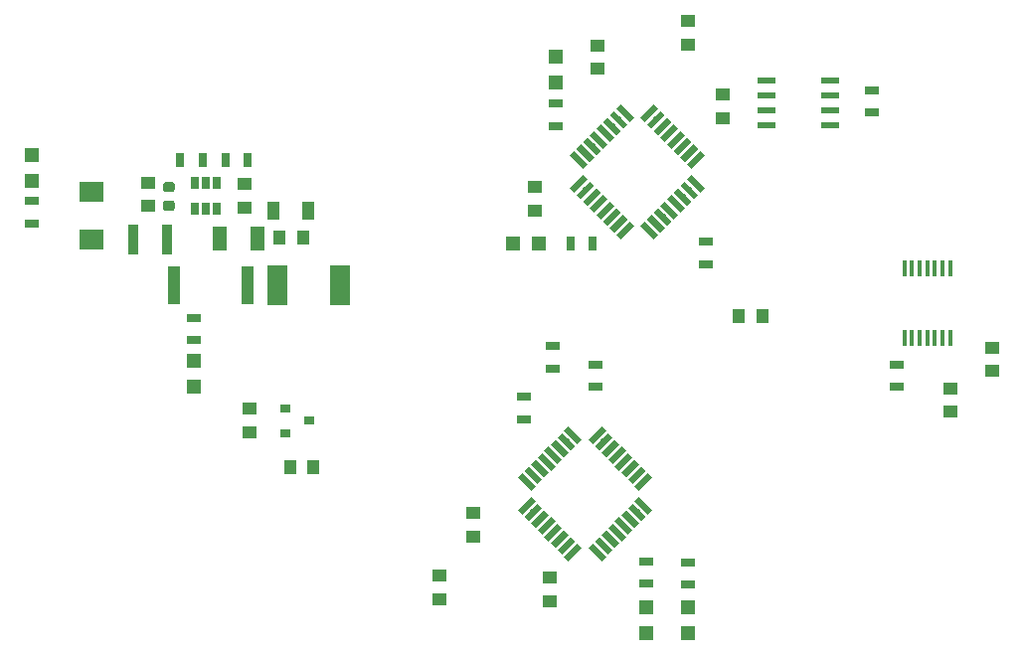
<source format=gbr>
G04 #@! TF.GenerationSoftware,KiCad,Pcbnew,5.1.4-e60b266~84~ubuntu16.04.1*
G04 #@! TF.CreationDate,2020-01-29T21:56:32-05:00*
G04 #@! TF.ProjectId,tire_temp,74697265-5f74-4656-9d70-2e6b69636164,rev?*
G04 #@! TF.SameCoordinates,Original*
G04 #@! TF.FileFunction,Paste,Top*
G04 #@! TF.FilePolarity,Positive*
%FSLAX46Y46*%
G04 Gerber Fmt 4.6, Leading zero omitted, Abs format (unit mm)*
G04 Created by KiCad (PCBNEW 5.1.4-e60b266~84~ubuntu16.04.1) date 2020-01-29 21:56:32*
%MOMM*%
%LPD*%
G04 APERTURE LIST*
%ADD10C,0.550000*%
%ADD11C,0.100000*%
%ADD12R,1.200000X2.000000*%
%ADD13R,1.780000X3.500000*%
%ADD14R,1.250000X1.000000*%
%ADD15R,0.900000X2.500000*%
%ADD16R,0.700000X1.300000*%
%ADD17R,1.300000X0.700000*%
%ADD18R,1.000000X3.200000*%
%ADD19R,0.650000X1.060000*%
%ADD20R,1.000000X1.600000*%
%ADD21R,1.000000X1.250000*%
%ADD22R,2.159000X1.778000*%
%ADD23R,1.200000X1.200000*%
%ADD24C,0.875000*%
%ADD25R,0.900000X0.800000*%
%ADD26R,0.450000X1.450000*%
%ADD27R,1.550000X0.600000*%
G04 APERTURE END LIST*
D10*
X148811897Y-121548305D03*
D11*
G36*
X148440666Y-122308445D02*
G01*
X148051757Y-121919536D01*
X149183128Y-120788165D01*
X149572037Y-121177074D01*
X148440666Y-122308445D01*
X148440666Y-122308445D01*
G37*
D10*
X149377583Y-122113990D03*
D11*
G36*
X149006352Y-122874130D02*
G01*
X148617443Y-122485221D01*
X149748814Y-121353850D01*
X150137723Y-121742759D01*
X149006352Y-122874130D01*
X149006352Y-122874130D01*
G37*
D10*
X149943268Y-122679676D03*
D11*
G36*
X149572037Y-123439816D02*
G01*
X149183128Y-123050907D01*
X150314499Y-121919536D01*
X150703408Y-122308445D01*
X149572037Y-123439816D01*
X149572037Y-123439816D01*
G37*
D10*
X150508953Y-123245361D03*
D11*
G36*
X150137722Y-124005501D02*
G01*
X149748813Y-123616592D01*
X150880184Y-122485221D01*
X151269093Y-122874130D01*
X150137722Y-124005501D01*
X150137722Y-124005501D01*
G37*
D10*
X151074639Y-123811047D03*
D11*
G36*
X150703408Y-124571187D02*
G01*
X150314499Y-124182278D01*
X151445870Y-123050907D01*
X151834779Y-123439816D01*
X150703408Y-124571187D01*
X150703408Y-124571187D01*
G37*
D10*
X151640324Y-124376732D03*
D11*
G36*
X151269093Y-125136872D02*
G01*
X150880184Y-124747963D01*
X152011555Y-123616592D01*
X152400464Y-124005501D01*
X151269093Y-125136872D01*
X151269093Y-125136872D01*
G37*
D10*
X152206010Y-124942417D03*
D11*
G36*
X151834779Y-125702557D02*
G01*
X151445870Y-125313648D01*
X152577241Y-124182277D01*
X152966150Y-124571186D01*
X151834779Y-125702557D01*
X151834779Y-125702557D01*
G37*
D10*
X152771695Y-125508103D03*
D11*
G36*
X152400464Y-126268243D02*
G01*
X152011555Y-125879334D01*
X153142926Y-124747963D01*
X153531835Y-125136872D01*
X152400464Y-126268243D01*
X152400464Y-126268243D01*
G37*
D10*
X154822305Y-125508103D03*
D11*
G36*
X155582445Y-125879334D02*
G01*
X155193536Y-126268243D01*
X154062165Y-125136872D01*
X154451074Y-124747963D01*
X155582445Y-125879334D01*
X155582445Y-125879334D01*
G37*
D10*
X155387990Y-124942417D03*
D11*
G36*
X156148130Y-125313648D02*
G01*
X155759221Y-125702557D01*
X154627850Y-124571186D01*
X155016759Y-124182277D01*
X156148130Y-125313648D01*
X156148130Y-125313648D01*
G37*
D10*
X155953676Y-124376732D03*
D11*
G36*
X156713816Y-124747963D02*
G01*
X156324907Y-125136872D01*
X155193536Y-124005501D01*
X155582445Y-123616592D01*
X156713816Y-124747963D01*
X156713816Y-124747963D01*
G37*
D10*
X156519361Y-123811047D03*
D11*
G36*
X157279501Y-124182278D02*
G01*
X156890592Y-124571187D01*
X155759221Y-123439816D01*
X156148130Y-123050907D01*
X157279501Y-124182278D01*
X157279501Y-124182278D01*
G37*
D10*
X157085047Y-123245361D03*
D11*
G36*
X157845187Y-123616592D02*
G01*
X157456278Y-124005501D01*
X156324907Y-122874130D01*
X156713816Y-122485221D01*
X157845187Y-123616592D01*
X157845187Y-123616592D01*
G37*
D10*
X157650732Y-122679676D03*
D11*
G36*
X158410872Y-123050907D02*
G01*
X158021963Y-123439816D01*
X156890592Y-122308445D01*
X157279501Y-121919536D01*
X158410872Y-123050907D01*
X158410872Y-123050907D01*
G37*
D10*
X158216417Y-122113990D03*
D11*
G36*
X158976557Y-122485221D02*
G01*
X158587648Y-122874130D01*
X157456277Y-121742759D01*
X157845186Y-121353850D01*
X158976557Y-122485221D01*
X158976557Y-122485221D01*
G37*
D10*
X158782103Y-121548305D03*
D11*
G36*
X159542243Y-121919536D02*
G01*
X159153334Y-122308445D01*
X158021963Y-121177074D01*
X158410872Y-120788165D01*
X159542243Y-121919536D01*
X159542243Y-121919536D01*
G37*
D10*
X158782103Y-119497695D03*
D11*
G36*
X158410872Y-120257835D02*
G01*
X158021963Y-119868926D01*
X159153334Y-118737555D01*
X159542243Y-119126464D01*
X158410872Y-120257835D01*
X158410872Y-120257835D01*
G37*
D10*
X158216417Y-118932010D03*
D11*
G36*
X157845186Y-119692150D02*
G01*
X157456277Y-119303241D01*
X158587648Y-118171870D01*
X158976557Y-118560779D01*
X157845186Y-119692150D01*
X157845186Y-119692150D01*
G37*
D10*
X157650732Y-118366324D03*
D11*
G36*
X157279501Y-119126464D02*
G01*
X156890592Y-118737555D01*
X158021963Y-117606184D01*
X158410872Y-117995093D01*
X157279501Y-119126464D01*
X157279501Y-119126464D01*
G37*
D10*
X157085047Y-117800639D03*
D11*
G36*
X156713816Y-118560779D02*
G01*
X156324907Y-118171870D01*
X157456278Y-117040499D01*
X157845187Y-117429408D01*
X156713816Y-118560779D01*
X156713816Y-118560779D01*
G37*
D10*
X156519361Y-117234953D03*
D11*
G36*
X156148130Y-117995093D02*
G01*
X155759221Y-117606184D01*
X156890592Y-116474813D01*
X157279501Y-116863722D01*
X156148130Y-117995093D01*
X156148130Y-117995093D01*
G37*
D10*
X155953676Y-116669268D03*
D11*
G36*
X155582445Y-117429408D02*
G01*
X155193536Y-117040499D01*
X156324907Y-115909128D01*
X156713816Y-116298037D01*
X155582445Y-117429408D01*
X155582445Y-117429408D01*
G37*
D10*
X155387990Y-116103583D03*
D11*
G36*
X155016759Y-116863723D02*
G01*
X154627850Y-116474814D01*
X155759221Y-115343443D01*
X156148130Y-115732352D01*
X155016759Y-116863723D01*
X155016759Y-116863723D01*
G37*
D10*
X154822305Y-115537897D03*
D11*
G36*
X154451074Y-116298037D02*
G01*
X154062165Y-115909128D01*
X155193536Y-114777757D01*
X155582445Y-115166666D01*
X154451074Y-116298037D01*
X154451074Y-116298037D01*
G37*
D10*
X152771695Y-115537897D03*
D11*
G36*
X153531835Y-115909128D02*
G01*
X153142926Y-116298037D01*
X152011555Y-115166666D01*
X152400464Y-114777757D01*
X153531835Y-115909128D01*
X153531835Y-115909128D01*
G37*
D10*
X152206010Y-116103583D03*
D11*
G36*
X152966150Y-116474814D02*
G01*
X152577241Y-116863723D01*
X151445870Y-115732352D01*
X151834779Y-115343443D01*
X152966150Y-116474814D01*
X152966150Y-116474814D01*
G37*
D10*
X151640324Y-116669268D03*
D11*
G36*
X152400464Y-117040499D02*
G01*
X152011555Y-117429408D01*
X150880184Y-116298037D01*
X151269093Y-115909128D01*
X152400464Y-117040499D01*
X152400464Y-117040499D01*
G37*
D10*
X151074639Y-117234953D03*
D11*
G36*
X151834779Y-117606184D02*
G01*
X151445870Y-117995093D01*
X150314499Y-116863722D01*
X150703408Y-116474813D01*
X151834779Y-117606184D01*
X151834779Y-117606184D01*
G37*
D10*
X150508953Y-117800639D03*
D11*
G36*
X151269093Y-118171870D02*
G01*
X150880184Y-118560779D01*
X149748813Y-117429408D01*
X150137722Y-117040499D01*
X151269093Y-118171870D01*
X151269093Y-118171870D01*
G37*
D10*
X149943268Y-118366324D03*
D11*
G36*
X150703408Y-118737555D02*
G01*
X150314499Y-119126464D01*
X149183128Y-117995093D01*
X149572037Y-117606184D01*
X150703408Y-118737555D01*
X150703408Y-118737555D01*
G37*
D10*
X149377583Y-118932010D03*
D11*
G36*
X150137723Y-119303241D02*
G01*
X149748814Y-119692150D01*
X148617443Y-118560779D01*
X149006352Y-118171870D01*
X150137723Y-119303241D01*
X150137723Y-119303241D01*
G37*
D10*
X148811897Y-119497695D03*
D11*
G36*
X149572037Y-119868926D02*
G01*
X149183128Y-120257835D01*
X148051757Y-119126464D01*
X148440666Y-118737555D01*
X149572037Y-119868926D01*
X149572037Y-119868926D01*
G37*
D12*
X125869700Y-98808540D03*
X122669700Y-98808540D03*
D13*
X127622300Y-102743000D03*
X132902300Y-102743000D03*
D14*
X124764800Y-96123000D03*
X124764800Y-94123000D03*
D15*
X115313800Y-98869500D03*
X118213800Y-98869500D03*
D16*
X125087420Y-92120720D03*
X123187420Y-92120720D03*
X119301220Y-92105480D03*
X121201220Y-92105480D03*
D17*
X120493000Y-105542000D03*
X120493000Y-107442000D03*
D18*
X125021200Y-102748080D03*
X118821200Y-102748080D03*
D19*
X122420600Y-94007800D03*
X121470600Y-94007800D03*
X120520600Y-94007800D03*
X120520600Y-96207800D03*
X122420600Y-96207800D03*
X121470600Y-96207800D03*
D20*
X127241300Y-96393000D03*
X130241300Y-96393000D03*
D21*
X127765300Y-98742500D03*
X129765300Y-98742500D03*
D22*
X111747300Y-94805500D03*
X111747300Y-98869500D03*
D23*
X120493000Y-109192000D03*
X120493000Y-111392000D03*
X106693000Y-93842000D03*
X106693000Y-91642000D03*
D17*
X106693000Y-97492000D03*
X106693000Y-95592000D03*
D14*
X116545360Y-94012000D03*
X116545360Y-96012000D03*
D11*
G36*
X118628991Y-95553553D02*
G01*
X118650226Y-95556703D01*
X118671050Y-95561919D01*
X118691262Y-95569151D01*
X118710668Y-95578330D01*
X118729081Y-95589366D01*
X118746324Y-95602154D01*
X118762230Y-95616570D01*
X118776646Y-95632476D01*
X118789434Y-95649719D01*
X118800470Y-95668132D01*
X118809649Y-95687538D01*
X118816881Y-95707750D01*
X118822097Y-95728574D01*
X118825247Y-95749809D01*
X118826300Y-95771250D01*
X118826300Y-96208750D01*
X118825247Y-96230191D01*
X118822097Y-96251426D01*
X118816881Y-96272250D01*
X118809649Y-96292462D01*
X118800470Y-96311868D01*
X118789434Y-96330281D01*
X118776646Y-96347524D01*
X118762230Y-96363430D01*
X118746324Y-96377846D01*
X118729081Y-96390634D01*
X118710668Y-96401670D01*
X118691262Y-96410849D01*
X118671050Y-96418081D01*
X118650226Y-96423297D01*
X118628991Y-96426447D01*
X118607550Y-96427500D01*
X118095050Y-96427500D01*
X118073609Y-96426447D01*
X118052374Y-96423297D01*
X118031550Y-96418081D01*
X118011338Y-96410849D01*
X117991932Y-96401670D01*
X117973519Y-96390634D01*
X117956276Y-96377846D01*
X117940370Y-96363430D01*
X117925954Y-96347524D01*
X117913166Y-96330281D01*
X117902130Y-96311868D01*
X117892951Y-96292462D01*
X117885719Y-96272250D01*
X117880503Y-96251426D01*
X117877353Y-96230191D01*
X117876300Y-96208750D01*
X117876300Y-95771250D01*
X117877353Y-95749809D01*
X117880503Y-95728574D01*
X117885719Y-95707750D01*
X117892951Y-95687538D01*
X117902130Y-95668132D01*
X117913166Y-95649719D01*
X117925954Y-95632476D01*
X117940370Y-95616570D01*
X117956276Y-95602154D01*
X117973519Y-95589366D01*
X117991932Y-95578330D01*
X118011338Y-95569151D01*
X118031550Y-95561919D01*
X118052374Y-95556703D01*
X118073609Y-95553553D01*
X118095050Y-95552500D01*
X118607550Y-95552500D01*
X118628991Y-95553553D01*
X118628991Y-95553553D01*
G37*
D24*
X118351300Y-95990000D03*
D11*
G36*
X118628991Y-93978553D02*
G01*
X118650226Y-93981703D01*
X118671050Y-93986919D01*
X118691262Y-93994151D01*
X118710668Y-94003330D01*
X118729081Y-94014366D01*
X118746324Y-94027154D01*
X118762230Y-94041570D01*
X118776646Y-94057476D01*
X118789434Y-94074719D01*
X118800470Y-94093132D01*
X118809649Y-94112538D01*
X118816881Y-94132750D01*
X118822097Y-94153574D01*
X118825247Y-94174809D01*
X118826300Y-94196250D01*
X118826300Y-94633750D01*
X118825247Y-94655191D01*
X118822097Y-94676426D01*
X118816881Y-94697250D01*
X118809649Y-94717462D01*
X118800470Y-94736868D01*
X118789434Y-94755281D01*
X118776646Y-94772524D01*
X118762230Y-94788430D01*
X118746324Y-94802846D01*
X118729081Y-94815634D01*
X118710668Y-94826670D01*
X118691262Y-94835849D01*
X118671050Y-94843081D01*
X118650226Y-94848297D01*
X118628991Y-94851447D01*
X118607550Y-94852500D01*
X118095050Y-94852500D01*
X118073609Y-94851447D01*
X118052374Y-94848297D01*
X118031550Y-94843081D01*
X118011338Y-94835849D01*
X117991932Y-94826670D01*
X117973519Y-94815634D01*
X117956276Y-94802846D01*
X117940370Y-94788430D01*
X117925954Y-94772524D01*
X117913166Y-94755281D01*
X117902130Y-94736868D01*
X117892951Y-94717462D01*
X117885719Y-94697250D01*
X117880503Y-94676426D01*
X117877353Y-94655191D01*
X117876300Y-94633750D01*
X117876300Y-94196250D01*
X117877353Y-94174809D01*
X117880503Y-94153574D01*
X117885719Y-94132750D01*
X117892951Y-94112538D01*
X117902130Y-94093132D01*
X117913166Y-94074719D01*
X117925954Y-94057476D01*
X117940370Y-94041570D01*
X117956276Y-94027154D01*
X117973519Y-94014366D01*
X117991932Y-94003330D01*
X118011338Y-93994151D01*
X118031550Y-93986919D01*
X118052374Y-93981703D01*
X118073609Y-93978553D01*
X118095050Y-93977500D01*
X118607550Y-93977500D01*
X118628991Y-93978553D01*
X118628991Y-93978553D01*
G37*
D24*
X118351300Y-94415000D03*
D14*
X149479000Y-94393000D03*
X149479000Y-96393000D03*
X144272000Y-122174000D03*
X144272000Y-124174000D03*
X125222000Y-113300000D03*
X125222000Y-115300000D03*
D21*
X128667000Y-118237000D03*
X130667000Y-118237000D03*
D14*
X154813000Y-82328000D03*
X154813000Y-84328000D03*
X162560000Y-80280000D03*
X162560000Y-82280000D03*
X188468000Y-108077000D03*
X188468000Y-110077000D03*
X165481000Y-86503000D03*
X165481000Y-88503000D03*
X184912000Y-113538000D03*
X184912000Y-111538000D03*
D21*
X166910000Y-105410000D03*
X168910000Y-105410000D03*
D14*
X150749000Y-129651000D03*
X150749000Y-127651000D03*
X141351000Y-129524000D03*
X141351000Y-127524000D03*
D23*
X151257000Y-83271000D03*
X151257000Y-85471000D03*
X147660000Y-99187000D03*
X149860000Y-99187000D03*
X159004000Y-130218000D03*
X159004000Y-132418000D03*
X162560000Y-132418000D03*
X162560000Y-130218000D03*
D17*
X151257000Y-89215000D03*
X151257000Y-87315000D03*
D16*
X154427000Y-99187000D03*
X152527000Y-99187000D03*
D17*
X159004000Y-128204000D03*
X159004000Y-126304000D03*
X162560000Y-128270000D03*
X162560000Y-126370000D03*
X164084000Y-100960000D03*
X164084000Y-99060000D03*
X151003000Y-109855000D03*
X151003000Y-107955000D03*
X180340000Y-109540000D03*
X180340000Y-111440000D03*
X154686000Y-109540000D03*
X154686000Y-111440000D03*
X178247000Y-88072000D03*
X178247000Y-86172000D03*
X148590000Y-114173000D03*
X148590000Y-112273000D03*
D25*
X128302000Y-115350000D03*
X128302000Y-113250000D03*
X130302000Y-114300000D03*
D10*
X163227103Y-92065695D03*
D11*
G36*
X163598334Y-91305555D02*
G01*
X163987243Y-91694464D01*
X162855872Y-92825835D01*
X162466963Y-92436926D01*
X163598334Y-91305555D01*
X163598334Y-91305555D01*
G37*
D10*
X162661417Y-91500010D03*
D11*
G36*
X163032648Y-90739870D02*
G01*
X163421557Y-91128779D01*
X162290186Y-92260150D01*
X161901277Y-91871241D01*
X163032648Y-90739870D01*
X163032648Y-90739870D01*
G37*
D10*
X162095732Y-90934324D03*
D11*
G36*
X162466963Y-90174184D02*
G01*
X162855872Y-90563093D01*
X161724501Y-91694464D01*
X161335592Y-91305555D01*
X162466963Y-90174184D01*
X162466963Y-90174184D01*
G37*
D10*
X161530047Y-90368639D03*
D11*
G36*
X161901278Y-89608499D02*
G01*
X162290187Y-89997408D01*
X161158816Y-91128779D01*
X160769907Y-90739870D01*
X161901278Y-89608499D01*
X161901278Y-89608499D01*
G37*
D10*
X160964361Y-89802953D03*
D11*
G36*
X161335592Y-89042813D02*
G01*
X161724501Y-89431722D01*
X160593130Y-90563093D01*
X160204221Y-90174184D01*
X161335592Y-89042813D01*
X161335592Y-89042813D01*
G37*
D10*
X160398676Y-89237268D03*
D11*
G36*
X160769907Y-88477128D02*
G01*
X161158816Y-88866037D01*
X160027445Y-89997408D01*
X159638536Y-89608499D01*
X160769907Y-88477128D01*
X160769907Y-88477128D01*
G37*
D10*
X159832990Y-88671583D03*
D11*
G36*
X160204221Y-87911443D02*
G01*
X160593130Y-88300352D01*
X159461759Y-89431723D01*
X159072850Y-89042814D01*
X160204221Y-87911443D01*
X160204221Y-87911443D01*
G37*
D10*
X159267305Y-88105897D03*
D11*
G36*
X159638536Y-87345757D02*
G01*
X160027445Y-87734666D01*
X158896074Y-88866037D01*
X158507165Y-88477128D01*
X159638536Y-87345757D01*
X159638536Y-87345757D01*
G37*
D10*
X157216695Y-88105897D03*
D11*
G36*
X156456555Y-87734666D02*
G01*
X156845464Y-87345757D01*
X157976835Y-88477128D01*
X157587926Y-88866037D01*
X156456555Y-87734666D01*
X156456555Y-87734666D01*
G37*
D10*
X156651010Y-88671583D03*
D11*
G36*
X155890870Y-88300352D02*
G01*
X156279779Y-87911443D01*
X157411150Y-89042814D01*
X157022241Y-89431723D01*
X155890870Y-88300352D01*
X155890870Y-88300352D01*
G37*
D10*
X156085324Y-89237268D03*
D11*
G36*
X155325184Y-88866037D02*
G01*
X155714093Y-88477128D01*
X156845464Y-89608499D01*
X156456555Y-89997408D01*
X155325184Y-88866037D01*
X155325184Y-88866037D01*
G37*
D10*
X155519639Y-89802953D03*
D11*
G36*
X154759499Y-89431722D02*
G01*
X155148408Y-89042813D01*
X156279779Y-90174184D01*
X155890870Y-90563093D01*
X154759499Y-89431722D01*
X154759499Y-89431722D01*
G37*
D10*
X154953953Y-90368639D03*
D11*
G36*
X154193813Y-89997408D02*
G01*
X154582722Y-89608499D01*
X155714093Y-90739870D01*
X155325184Y-91128779D01*
X154193813Y-89997408D01*
X154193813Y-89997408D01*
G37*
D10*
X154388268Y-90934324D03*
D11*
G36*
X153628128Y-90563093D02*
G01*
X154017037Y-90174184D01*
X155148408Y-91305555D01*
X154759499Y-91694464D01*
X153628128Y-90563093D01*
X153628128Y-90563093D01*
G37*
D10*
X153822583Y-91500010D03*
D11*
G36*
X153062443Y-91128779D02*
G01*
X153451352Y-90739870D01*
X154582723Y-91871241D01*
X154193814Y-92260150D01*
X153062443Y-91128779D01*
X153062443Y-91128779D01*
G37*
D10*
X153256897Y-92065695D03*
D11*
G36*
X152496757Y-91694464D02*
G01*
X152885666Y-91305555D01*
X154017037Y-92436926D01*
X153628128Y-92825835D01*
X152496757Y-91694464D01*
X152496757Y-91694464D01*
G37*
D10*
X153256897Y-94116305D03*
D11*
G36*
X153628128Y-93356165D02*
G01*
X154017037Y-93745074D01*
X152885666Y-94876445D01*
X152496757Y-94487536D01*
X153628128Y-93356165D01*
X153628128Y-93356165D01*
G37*
D10*
X153822583Y-94681990D03*
D11*
G36*
X154193814Y-93921850D02*
G01*
X154582723Y-94310759D01*
X153451352Y-95442130D01*
X153062443Y-95053221D01*
X154193814Y-93921850D01*
X154193814Y-93921850D01*
G37*
D10*
X154388268Y-95247676D03*
D11*
G36*
X154759499Y-94487536D02*
G01*
X155148408Y-94876445D01*
X154017037Y-96007816D01*
X153628128Y-95618907D01*
X154759499Y-94487536D01*
X154759499Y-94487536D01*
G37*
D10*
X154953953Y-95813361D03*
D11*
G36*
X155325184Y-95053221D02*
G01*
X155714093Y-95442130D01*
X154582722Y-96573501D01*
X154193813Y-96184592D01*
X155325184Y-95053221D01*
X155325184Y-95053221D01*
G37*
D10*
X155519639Y-96379047D03*
D11*
G36*
X155890870Y-95618907D02*
G01*
X156279779Y-96007816D01*
X155148408Y-97139187D01*
X154759499Y-96750278D01*
X155890870Y-95618907D01*
X155890870Y-95618907D01*
G37*
D10*
X156085324Y-96944732D03*
D11*
G36*
X156456555Y-96184592D02*
G01*
X156845464Y-96573501D01*
X155714093Y-97704872D01*
X155325184Y-97315963D01*
X156456555Y-96184592D01*
X156456555Y-96184592D01*
G37*
D10*
X156651010Y-97510417D03*
D11*
G36*
X157022241Y-96750277D02*
G01*
X157411150Y-97139186D01*
X156279779Y-98270557D01*
X155890870Y-97881648D01*
X157022241Y-96750277D01*
X157022241Y-96750277D01*
G37*
D10*
X157216695Y-98076103D03*
D11*
G36*
X157587926Y-97315963D02*
G01*
X157976835Y-97704872D01*
X156845464Y-98836243D01*
X156456555Y-98447334D01*
X157587926Y-97315963D01*
X157587926Y-97315963D01*
G37*
D10*
X159267305Y-98076103D03*
D11*
G36*
X158507165Y-97704872D02*
G01*
X158896074Y-97315963D01*
X160027445Y-98447334D01*
X159638536Y-98836243D01*
X158507165Y-97704872D01*
X158507165Y-97704872D01*
G37*
D10*
X159832990Y-97510417D03*
D11*
G36*
X159072850Y-97139186D02*
G01*
X159461759Y-96750277D01*
X160593130Y-97881648D01*
X160204221Y-98270557D01*
X159072850Y-97139186D01*
X159072850Y-97139186D01*
G37*
D10*
X160398676Y-96944732D03*
D11*
G36*
X159638536Y-96573501D02*
G01*
X160027445Y-96184592D01*
X161158816Y-97315963D01*
X160769907Y-97704872D01*
X159638536Y-96573501D01*
X159638536Y-96573501D01*
G37*
D10*
X160964361Y-96379047D03*
D11*
G36*
X160204221Y-96007816D02*
G01*
X160593130Y-95618907D01*
X161724501Y-96750278D01*
X161335592Y-97139187D01*
X160204221Y-96007816D01*
X160204221Y-96007816D01*
G37*
D10*
X161530047Y-95813361D03*
D11*
G36*
X160769907Y-95442130D02*
G01*
X161158816Y-95053221D01*
X162290187Y-96184592D01*
X161901278Y-96573501D01*
X160769907Y-95442130D01*
X160769907Y-95442130D01*
G37*
D10*
X162095732Y-95247676D03*
D11*
G36*
X161335592Y-94876445D02*
G01*
X161724501Y-94487536D01*
X162855872Y-95618907D01*
X162466963Y-96007816D01*
X161335592Y-94876445D01*
X161335592Y-94876445D01*
G37*
D10*
X162661417Y-94681990D03*
D11*
G36*
X161901277Y-94310759D02*
G01*
X162290186Y-93921850D01*
X163421557Y-95053221D01*
X163032648Y-95442130D01*
X161901277Y-94310759D01*
X161901277Y-94310759D01*
G37*
D10*
X163227103Y-94116305D03*
D11*
G36*
X162466963Y-93745074D02*
G01*
X162855872Y-93356165D01*
X163987243Y-94487536D01*
X163598334Y-94876445D01*
X162466963Y-93745074D01*
X162466963Y-93745074D01*
G37*
D26*
X184875000Y-101346000D03*
X184225000Y-101346000D03*
X183575000Y-101346000D03*
X182925000Y-101346000D03*
X182275000Y-101346000D03*
X181625000Y-101346000D03*
X180975000Y-101346000D03*
X180975000Y-107246000D03*
X181625000Y-107246000D03*
X182275000Y-107246000D03*
X182925000Y-107246000D03*
X183575000Y-107246000D03*
X184225000Y-107246000D03*
X184875000Y-107246000D03*
D27*
X169225000Y-85344000D03*
X169225000Y-86614000D03*
X169225000Y-87884000D03*
X169225000Y-89154000D03*
X174625000Y-89154000D03*
X174625000Y-87884000D03*
X174625000Y-86614000D03*
X174625000Y-85344000D03*
M02*

</source>
